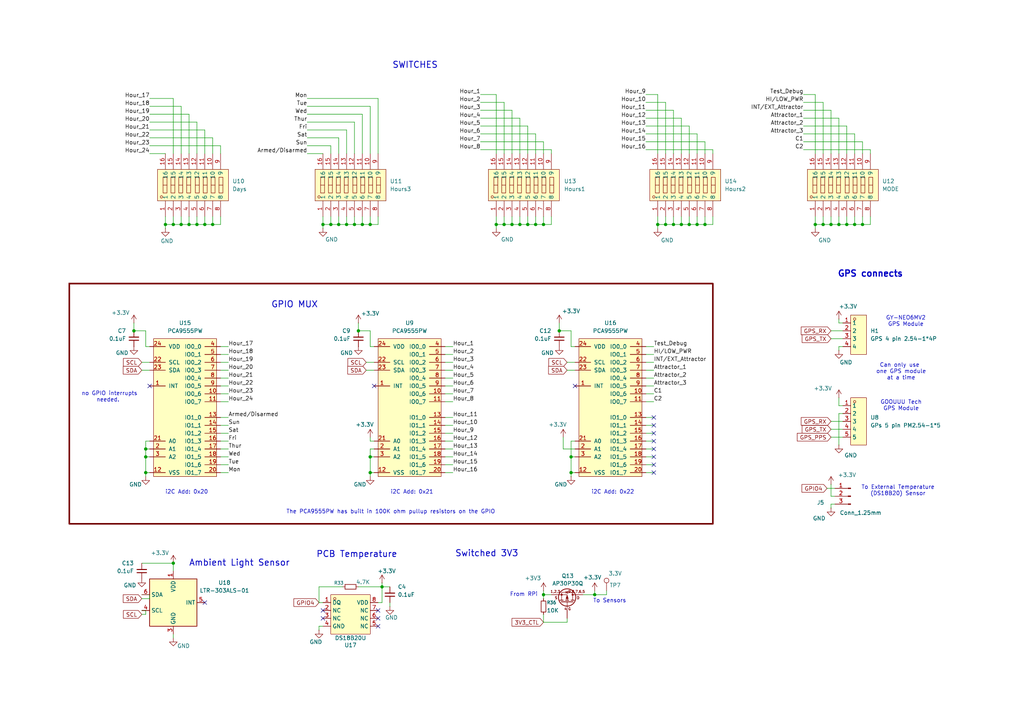
<source format=kicad_sch>
(kicad_sch (version 20250114) (generator "eeschema") (generator_version "9.0")
  (paper "User" 330.2 228.6)
  (title_block (title "MothBox") (date "2025-12-17") (rev "5.0.4") (company "Digital Naturalism Laboritories") (comment 1 "and Parkview"))
  (lib_symbols
    (symbol "AP30P30Q_1" (pin_numbers (hide yes)) (pin_names (offset 0) (hide yes))
      (property "Reference" "Q" (at -2.794 2.794 0))
      (property "Value" "AP30P30Q" (at 11.43 3.048 0))
      (symbol "AP30P30Q_1_1_1"
        (text "D" (at -3.556 -1.016 0) (effects (font (size 0.8 0.8))))
        (text "9,8,7,6,5" (at -3.048 1.016 0) (effects (font (size 0.8 0.8))))
        (text "G" (at -0.762 -4.572 0) (effects (font (size 0.8 0.8))))
        (text "4" (at 0.508 -4.572 0) (effects (font (size 0.8 0.8))))
        (text "S" (at 3.556 -1.016 0) (effects (font (size 0.8 0.8))))
        (text "1,2,3" (at 3.81 1.016 0) (effects (font (size 0.8 0.8))))
        (pin passive line (at -5.08 0 0) (length 2.54) (hide yes) (name "D") (number "5"))
        (pin passive line (at -5.08 0 0) (length 2.54) (hide yes) (name "D") (number "6"))
        (pin passive line (at -5.08 0 0) (length 2.54) (hide yes) (name "D") (number "7"))
        (pin passive line (at -5.08 0 0) (length 2.54) (name "D") (number "8"))
        (pin passive line (at -5.08 0 0) (length 2.54) (hide yes) (name "D") (number "9"))
        (pin input line (at 0 -7.62 90) (length 2.54) (name "G") (number "4"))
        (pin passive line (at 5.08 0 180) (length 2.54) (name "S") (number "1"))
        (pin passive line (at 5.08 0 180) (length 2.54) (hide yes) (name "S") (number "2"))
        (pin passive line (at 5.08 0 180) (length 2.54) (hide yes) (name "S") (number "3"))
      )
    )
    (symbol "MothBox_Symbol_Library:+3.3V" (power) (pin_numbers (hide yes)) (pin_names (offset 0) (hide yes))
      (property "Value" "+3.3V" (at 0 3.556 0))
      (symbol "+3.3V_1_1"
        (pin power_in line (at 0 0 90) (length 0) (name "~") (number "1"))
      )
    )
    (symbol "MothBox_Symbol_Library:+3V3" (power) (pin_numbers (hide yes)) (pin_names (offset 0) (hide yes))
      (property "Value" "+3V3" (at 0 3.556 0))
      (symbol "+3V3_1_1"
        (pin power_in line (at 0 0 90) (length 0) (name "~") (number "1"))
      )
    )
    (symbol "MothBox_Symbol_Library:2.54-1*4P母"
      (property "Reference" "H" (at 0 8.89 0))
      (property "Value" "2.54-1*4P母" (at 0 -8.89 0))
      (symbol "2.54-1*4P母_0_1"
        (pin unspecified line (at -5.08 3.81 0) (length 2.54) (name "1") (number "1"))
        (pin unspecified line (at -5.08 1.27 0) (length 2.54) (name "2") (number "2"))
        (pin unspecified line (at -5.08 -1.27 0) (length 2.54) (name "3") (number "3"))
        (pin unspecified line (at -5.08 -3.81 0) (length 2.54) (name "4") (number "4"))
      )
    )
    (symbol "MothBox_Symbol_Library:C_Small" (pin_numbers (hide yes)) (pin_names (offset 0.254) (hide yes))
      (property "Reference" "C" (at 0.254 1.778 0))
      (property "Value" "C_Small" (at 0.254 -2.032 0))
      (symbol "C_Small_1_1"
        (pin passive line (at 0 2.54 270) (length 2.032) (name "~") (number "1"))
        (pin passive line (at 0 -2.54 90) (length 2.032) (name "~") (number "2"))
      )
    )
    (symbol "MothBox_Symbol_Library:Conn_01x03_Pin" (pin_names (offset 1.016) (hide yes))
      (property "Reference" "J" (at 0 5.08 0))
      (property "Value" "Conn_01x03_Pin" (at 0 -5.08 0))
      (symbol "Conn_01x03_Pin_1_1"
        (pin passive line (at 5.08 2.54 180) (length 3.81) (name "Pin_1") (number "1"))
        (pin passive line (at 5.08 0 180) (length 3.81) (name "Pin_2") (number "2"))
        (pin passive line (at 5.08 -2.54 180) (length 3.81) (name "Pin_3") (number "3"))
      )
    )
    (symbol "MothBox_Symbol_Library:DS18B20U"
      (property "Reference" "U?" (at 0 8.89 0))
      (property "Value" "DS18B20U" (at 0 -8.89 0))
      (symbol "DS18B20U_0_1"
        (pin unspecified line (at -8.89 3.81 0) (length 2.54) (name "DQ") (number "1"))
        (pin unspecified line (at -8.89 1.27 0) (length 2.54) (name "NC") (number "2"))
        (pin unspecified line (at -8.89 -1.27 0) (length 2.54) (name "NC") (number "3"))
        (pin unspecified line (at -8.89 -3.81 0) (length 2.54) (name "GND") (number "4"))
        (pin unspecified line (at 8.89 3.81 180) (length 2.54) (name "VDD") (number "8"))
        (pin unspecified line (at 8.89 1.27 180) (length 2.54) (name "NC") (number "7"))
        (pin unspecified line (at 8.89 -1.27 180) (length 2.54) (name "NC") (number "6"))
        (pin unspecified line (at 8.89 -3.81 180) (length 2.54) (name "NC") (number "5"))
      )
    )
    (symbol "MothBox_Symbol_Library:GND" (power) (pin_numbers (hide yes)) (pin_names (offset 0) (hide yes))
      (property "Value" "GND" (at 0 -3.81 0))
      (symbol "GND_1_1"
        (pin power_in line (at 0 0 270) (length 0) (name "~") (number "1"))
      )
    )
    (symbol "MothBox_Symbol_Library:LTR-303ALS-01"
      (property "Reference" "U" (at -7.62 8.89 0))
      (property "Value" "LTR-303ALS-01" (at 1.27 8.89 0))
      (symbol "LTR-303ALS-01_1_1"
        (pin bidirectional line (at -10.16 2.54 0) (length 2.54) (name "SDA") (number "6"))
        (pin input line (at -10.16 -2.54 0) (length 2.54) (name "SCL") (number "4"))
        (pin power_in line (at 0 10.16 270) (length 2.54) (name "VDD") (number "1"))
        (pin power_in line (at 0 -10.16 90) (length 2.54) (name "GND") (number "3"))
        (pin no_connect line (at 7.62 -2.54 180) (length 2.54) (hide yes) (name "NC") (number "2"))
        (pin open_collector line (at 10.16 0 180) (length 2.54) (name "INT") (number "5"))
      )
    )
    (symbol "MothBox_Symbol_Library:PCA9535PW" (pin_names (offset 1.016))
      (property "Reference" "U" (at 0 -43.18 0))
      (property "Value" "PCA9535PW" (at 0 5.08 0))
      (symbol "PCA9535PW_1_1"
        (pin input line (at -11.43 0 0) (length 5.08) (name "VDD") (number "24"))
        (pin input line (at -11.43 -5.08 0) (length 5.08) (name "SCL") (number "22"))
        (pin input line (at -11.43 -7.62 0) (length 5.08) (name "SDA") (number "23"))
        (pin input line (at -11.43 -12.7 0) (length 5.08) (name "INT") (number "1"))
        (pin input line (at -11.43 -30.48 0) (length 5.08) (name "A0") (number "21"))
        (pin input line (at -11.43 -33.02 0) (length 5.08) (name "A1") (number "2"))
        (pin input line (at -11.43 -35.56 0) (length 5.08) (name "A2") (number "3"))
        (pin input line (at -11.43 -40.64 0) (length 5.08) (name "VSS") (number "12"))
        (pin input line (at 11.43 0 180) (length 5.08) (name "IO0_0") (number "4"))
        (pin input line (at 11.43 -2.54 180) (length 5.08) (name "IO0_1") (number "5"))
        (pin input line (at 11.43 -5.08 180) (length 5.08) (name "IO0_2") (number "6"))
        (pin input line (at 11.43 -7.62 180) (length 5.08) (name "IO0_3") (number "7"))
        (pin input line (at 11.43 -10.16 180) (length 5.08) (name "IO0_4") (number "8"))
        (pin input line (at 11.43 -12.7 180) (length 5.08) (name "IO0_5") (number "9"))
        (pin input line (at 11.43 -15.24 180) (length 5.08) (name "IO0_6") (number "10"))
        (pin input line (at 11.43 -17.78 180) (length 5.08) (name "IO0_7") (number "11"))
        (pin input line (at 11.43 -22.86 180) (length 5.08) (name "IO1_0") (number "13"))
        (pin input line (at 11.43 -25.4 180) (length 5.08) (name "IO1_1") (number "14"))
        (pin input line (at 11.43 -27.94 180) (length 5.08) (name "IO1_2") (number "15"))
        (pin input line (at 11.43 -30.48 180) (length 5.08) (name "IO1_3") (number "16"))
        (pin input line (at 11.43 -33.02 180) (length 5.08) (name "IO1_4") (number "17"))
        (pin input line (at 11.43 -35.56 180) (length 5.08) (name "IO1_5") (number "18"))
        (pin input line (at 11.43 -38.1 180) (length 5.08) (name "IO1_6") (number "19"))
        (pin input line (at 11.43 -40.64 180) (length 5.08) (name "IO1_7") (number "20"))
      )
    )
    (symbol "MothBox_Symbol_Library:PM2.54-1*5"
      (property "Reference" "U" (at 0 10.16 0))
      (property "Value" "PM2.54-1*5" (at 0 -10.16 0))
      (symbol "PM2.54-1*5_0_1"
        (pin unspecified line (at -5.08 5.08 0) (length 2.54) (name "1") (number "1"))
        (pin unspecified line (at -5.08 2.54 0) (length 2.54) (name "2") (number "2"))
        (pin unspecified line (at -5.08 0 0) (length 2.54) (name "3") (number "3"))
        (pin unspecified line (at -5.08 -2.54 0) (length 2.54) (name "4") (number "4"))
        (pin unspecified line (at -5.08 -5.08 0) (length 2.54) (name "5") (number "5"))
      )
    )
    (symbol "MothBox_Symbol_Library:R_Small" (pin_numbers (hide yes)) (pin_names (offset 0.254) (hide yes))
      (property "Reference" "R" (at 0 0 90))
      (property "Value" "R_Small" (at 1.778 0 90))
      (symbol "R_Small_1_1"
        (pin passive line (at 0 2.54 270) (length 0.762) (name "~") (number "1"))
        (pin passive line (at 0 -2.54 90) (length 0.762) (name "~") (number "2"))
      )
    )
    (symbol "MothBox_Symbol_Library:SMXS-08K-TP"
      (property "Reference" "SW" (at 0 15.24 0))
      (property "Value" "SMXS-08K-TP" (at 0 -15.24 0))
      (symbol "SMXS-08K-TP_0_1"
        (pin unspecified line (at -10.16 10.16 270) (length 5.08) (name "16") (number "16"))
        (pin unspecified line (at -10.16 -10.16 90) (length 5.08) (name "1") (number "1"))
        (pin unspecified line (at -7.62 10.16 270) (length 5.08) (name "15") (number "15"))
        (pin unspecified line (at -7.62 -10.16 90) (length 5.08) (name "2") (number "2"))
        (pin unspecified line (at -5.08 10.16 270) (length 5.08) (name "14") (number "14"))
        (pin unspecified line (at -5.08 -10.16 90) (length 5.08) (name "3") (number "3"))
        (pin unspecified line (at -2.54 10.16 270) (length 5.08) (name "13") (number "13"))
        (pin unspecified line (at -2.54 -10.16 90) (length 5.08) (name "4") (number "4"))
        (pin unspecified line (at 0 10.16 270) (length 5.08) (name "12") (number "12"))
        (pin unspecified line (at 0 -10.16 90) (length 5.08) (name "5") (number "5"))
        (pin unspecified line (at 2.54 10.16 270) (length 5.08) (name "11") (number "11"))
        (pin unspecified line (at 2.54 -10.16 90) (length 5.08) (name "6") (number "6"))
        (pin unspecified line (at 5.08 10.16 270) (length 5.08) (name "10") (number "10"))
        (pin unspecified line (at 5.08 -10.16 90) (length 5.08) (name "7") (number "7"))
        (pin unspecified line (at 7.62 10.16 270) (length 5.08) (name "9") (number "9"))
        (pin unspecified line (at 7.62 -10.16 90) (length 5.08) (name "8") (number "8"))
      )
    )
    (symbol "MothBox_Symbol_Library:TestPoint" (pin_numbers (hide yes)) (pin_names (offset 0.762) (hide yes))
      (property "Reference" "TP" (at 0 6.858 0))
      (property "Value" "TestPoint" (at 0 5.08 0))
      (symbol "TestPoint_1_1"
        (pin passive line (at 0 0 90) (length 2.54) (name "1") (number "1"))
      )
    )
  )
  (rectangle (start 22.352 91.44) (end 229.87 168.91) (stroke (width 0.508) (color 110 0 0 1)))
  (text "Can only use \none GPS module\nat a time" (at 290.576 119.888 0) (effects (font (size 1.27 1.27))))
  (text "no GPIO interrupts\nneeded. " (at 35.306 128.016 0) (effects (font (size 1.27 1.27))))
  (text "GY-NEO6MV2\nGPS Module" (at 292.1 103.632 0) (effects (font (size 1.27 1.27))))
  (text "Switched 3V3" (at 156.972 178.562 0) (effects (font (size 2 2) (thickness 0.254) (bold yes))))
  (text "GPS connects" (at 280.67 88.392 0) (effects (font (size 2 2) (thickness 0.4) (bold yes))))
  (text "The PCA9555PW has built in 100K ohm pullup resistors on the GPIO" (at 125.984 165.1 0) (effects (font (size 1.27 1.27))))
  (text "GOOUUU Tech\nGPS Module" (at 290.576 130.81 0) (effects (font (size 1.27 1.27))))
  (text "PCB Temperature" (at 115.062 178.816 0) (effects (font (size 2 2) (thickness 0.254) (bold yes))))
  (text "i2C Add: 0x22" (at 197.612 158.75 0) (effects (font (size 1.27 1.27))))
  (text "From RPi" (at 168.91 191.77 0) (effects (font (size 1.27 1.27))))
  (text "i2C Add: 0x20" (at 60.198 158.75 0) (effects (font (size 1.27 1.27))))
  (text "Ambient Light Sensor" (at 77.216 181.61 0) (effects (font (size 2 2) (thickness 0.254) (bold yes))))
  (text "To External Temperature\n(DS18B20) Sensor" (at 289.56 158.242 0) (effects (font (size 1.27 1.27))))
  (text "To Sensors" (at 196.596 193.802 0) (effects (font (size 1.27 1.27))))
  (text "i2C Add: 0x21" (at 132.842 158.75 0) (effects (font (size 1.27 1.27))))
  (text "GPIO MUX\n" (at 94.996 98.298 0) (effects (font (size 2 2) (thickness 0.254) (bold yes))))
  (text "SWITCHES" (at 133.858 21.082 0) (effects (font (size 2 2) (thickness 0.254) (bold yes))))
  (junction (at 123.19 189.23))
  (junction (at 265.43 72.39))
  (junction (at 224.79 72.39))
  (junction (at 162.56 72.39))
  (junction (at 219.71 72.39))
  (junction (at 160.02 72.39))
  (junction (at 119.38 147.32))
  (junction (at 214.63 72.39))
  (junction (at 217.17 72.39))
  (junction (at 212.09 72.39))
  (junction (at 68.58 72.39))
  (junction (at 165.1 72.39))
  (junction (at 267.97 72.39))
  (junction (at 58.42 72.39))
  (junction (at 270.51 72.39))
  (junction (at 278.13 72.39))
  (junction (at 167.64 72.39))
  (junction (at 222.25 72.39))
  (junction (at 114.3 72.39))
  (junction (at 46.99 152.4))
  (junction (at 46.99 144.78))
  (junction (at 46.99 147.32))
  (junction (at 111.76 72.39))
  (junction (at 175.26 191.77))
  (junction (at 115.57 106.68))
  (junction (at 227.33 72.39))
  (junction (at 63.5 72.39))
  (junction (at 170.18 72.39))
  (junction (at 273.05 72.39))
  (junction (at 262.89 72.39))
  (junction (at 55.88 72.39))
  (junction (at 119.38 72.39))
  (junction (at 184.15 147.32))
  (junction (at 191.77 191.77))
  (junction (at 66.04 72.39))
  (junction (at 184.15 152.4))
  (junction (at 116.84 72.39))
  (junction (at 109.22 72.39))
  (junction (at 43.18 106.68))
  (junction (at 172.72 72.39))
  (junction (at 275.59 72.39))
  (junction (at 106.68 72.39))
  (junction (at 180.34 106.68))
  (junction (at 53.34 72.39))
  (junction (at 104.14 72.39))
  (junction (at 55.88 181.61))
  (junction (at 119.38 152.4))
  (junction (at 60.96 72.39))
  (junction (at 175.26 72.39))
  (no_connect (at 104.14 196.85))
  (no_connect (at 120.65 124.46))
  (no_connect (at 121.92 199.39))
  (no_connect (at 210.82 152.4))
  (no_connect (at 121.92 201.93))
  (no_connect (at 210.82 139.7))
  (no_connect (at 210.82 149.86))
  (no_connect (at 48.26 124.46))
  (no_connect (at 210.82 144.78))
  (no_connect (at 210.82 147.32))
  (no_connect (at 210.82 137.16))
  (no_connect (at 185.42 124.46))
  (no_connect (at 66.04 194.31))
  (no_connect (at 210.82 142.24))
  (no_connect (at 104.14 199.39))
  (no_connect (at 210.82 134.62))
  (no_connect (at 121.92 196.85))
  (wire (pts (xy 68.58 72.39) (xy 71.12 72.39)))
  (wire (pts (xy 210.82 116.84) (xy 208.28 116.84)))
  (wire (pts (xy 146.05 137.16) (xy 143.51 137.16)))
  (wire (pts (xy 46.99 142.24) (xy 46.99 144.78)))
  (wire (pts (xy 210.82 127) (xy 208.28 127)))
  (wire (pts (xy 60.96 69.85) (xy 60.96 72.39)))
  (wire (pts (xy 46.99 144.78) (xy 46.99 147.32)))
  (wire (pts (xy 208.28 43.18) (xy 224.79 43.18)))
  (wire (pts (xy 210.82 111.76) (xy 208.28 111.76)))
  (wire (pts (xy 224.79 69.85) (xy 224.79 72.39)))
  (wire (pts (xy 99.06 46.99) (xy 106.68 46.99)))
  (wire (pts (xy 73.66 114.3) (xy 71.12 114.3)))
  (wire (pts (xy 119.38 69.85) (xy 119.38 72.39)))
  (wire (pts (xy 102.87 189.23) (xy 102.87 194.31)))
  (wire (pts (xy 114.3 39.37) (xy 114.3 49.53)))
  (wire (pts (xy 184.15 147.32) (xy 184.15 152.4)))
  (wire (pts (xy 119.38 144.78) (xy 119.38 147.32)))
  (wire (pts (xy 191.77 191.77) (xy 195.58 191.77)))
  (wire (pts (xy 180.34 106.68) (xy 184.15 106.68)))
  (wire (pts (xy 45.72 116.84) (xy 48.26 116.84)))
  (wire (pts (xy 45.72 181.61) (xy 55.88 181.61)))
  (wire (pts (xy 217.17 69.85) (xy 217.17 72.39)))
  (wire (pts (xy 73.66 121.92) (xy 71.12 121.92)))
  (wire (pts (xy 48.26 142.24) (xy 46.99 142.24)))
  (wire (pts (xy 167.64 72.39) (xy 170.18 72.39)))
  (wire (pts (xy 46.99 152.4) (xy 46.99 153.67)))
  (wire (pts (xy 99.06 39.37) (xy 114.3 39.37)))
  (wire (pts (xy 121.92 69.85) (xy 121.92 72.39)))
  (wire (pts (xy 154.94 45.72) (xy 175.26 45.72)))
  (wire (pts (xy 48.26 46.99) (xy 71.12 46.99)))
  (wire (pts (xy 170.18 72.39) (xy 172.72 72.39)))
  (wire (pts (xy 210.82 144.78) (xy 208.28 144.78)))
  (wire (pts (xy 162.56 33.02) (xy 162.56 49.53)))
  (wire (pts (xy 184.15 147.32) (xy 185.42 147.32)))
  (wire (pts (xy 210.82 152.4) (xy 208.28 152.4)))
  (wire (pts (xy 115.57 106.68) (xy 119.38 106.68)))
  (wire (pts (xy 185.42 152.4) (xy 184.15 152.4)))
  (wire (pts (xy 146.05 147.32) (xy 143.51 147.32)))
  (wire (pts (xy 217.17 35.56) (xy 217.17 49.53)))
  (wire (pts (xy 262.89 69.85) (xy 262.89 72.39)))
  (wire (pts (xy 48.26 34.29) (xy 58.42 34.29)))
  (wire (pts (xy 99.06 49.53) (xy 104.14 49.53)))
  (wire (pts (xy 119.38 34.29) (xy 119.38 49.53)))
  (wire (pts (xy 73.66 129.54) (xy 71.12 129.54)))
  (wire (pts (xy 53.34 72.39) (xy 53.34 73.66)))
  (wire (pts (xy 210.82 121.92) (xy 208.28 121.92)))
  (wire (pts (xy 118.11 119.38) (xy 120.65 119.38)))
  (wire (pts (xy 146.05 139.7) (xy 143.51 139.7)))
  (wire (pts (xy 46.99 106.68) (xy 46.99 111.76)))
  (wire (pts (xy 116.84 36.83) (xy 116.84 49.53)))
  (wire (pts (xy 55.88 204.47) (xy 55.88 205.74)))
  (wire (pts (xy 267.97 69.85) (xy 267.97 72.39)))
  (wire (pts (xy 160.02 72.39) (xy 162.56 72.39)))
  (wire (pts (xy 227.33 69.85) (xy 227.33 72.39)))
  (wire (pts (xy 210.82 119.38) (xy 208.28 119.38)))
  (wire (pts (xy 123.19 189.23) (xy 125.73 189.23)))
  (wire (pts (xy 273.05 40.64) (xy 273.05 49.53)))
  (wire (pts (xy 119.38 72.39) (xy 121.92 72.39)))
  (wire (pts (xy 267.97 72.39) (xy 270.51 72.39)))
  (wire (pts (xy 222.25 40.64) (xy 222.25 49.53)))
  (wire (pts (xy 165.1 35.56) (xy 165.1 49.53)))
  (wire (pts (xy 116.84 72.39) (xy 119.38 72.39)))
  (wire (pts (xy 43.18 104.14) (xy 43.18 106.68)))
  (wire (pts (xy 63.5 72.39) (xy 66.04 72.39)))
  (wire (pts (xy 180.34 104.14) (xy 180.34 106.68)))
  (wire (pts (xy 45.72 196.85) (xy 46.99 196.85)))
  (wire (pts (xy 160.02 69.85) (xy 160.02 72.39)))
  (wire (pts (xy 184.15 142.24) (xy 185.42 142.24)))
  (wire (pts (xy 48.26 193.04) (xy 45.72 193.04)))
  (wire (pts (xy 195.58 190.5) (xy 195.58 191.77)))
  (wire (pts (xy 160.02 30.48) (xy 160.02 49.53)))
  (wire (pts (xy 259.08 33.02) (xy 265.43 33.02)))
  (wire (pts (xy 267.97 160.02) (xy 269.24 160.02)))
  (wire (pts (xy 267.97 109.22) (xy 271.78 109.22)))
  (wire (pts (xy 120.65 111.76) (xy 119.38 111.76)))
  (wire (pts (xy 119.38 144.78) (xy 120.65 144.78)))
  (wire (pts (xy 104.14 72.39) (xy 106.68 72.39)))
  (wire (pts (xy 273.05 72.39) (xy 275.59 72.39)))
  (wire (pts (xy 210.82 139.7) (xy 208.28 139.7)))
  (wire (pts (xy 68.58 69.85) (xy 68.58 72.39)))
  (wire (pts (xy 71.12 49.53) (xy 71.12 46.99)))
  (wire (pts (xy 187.96 191.77) (xy 191.77 191.77)))
  (wire (pts (xy 125.73 194.31) (xy 125.73 195.58)))
  (wire (pts (xy 175.26 191.77) (xy 177.8 191.77)))
  (wire (pts (xy 46.99 147.32) (xy 48.26 147.32)))
  (wire (pts (xy 170.18 40.64) (xy 170.18 49.53)))
  (wire (pts (xy 119.38 147.32) (xy 119.38 152.4)))
  (wire (pts (xy 46.99 147.32) (xy 46.99 152.4)))
  (wire (pts (xy 182.88 119.38) (xy 185.42 119.38)))
  (wire (pts (xy 208.28 38.1) (xy 219.71 38.1)))
  (wire (pts (xy 267.97 106.68) (xy 271.78 106.68)))
  (wire (pts (xy 120.65 152.4) (xy 119.38 152.4)))
  (wire (pts (xy 119.38 106.68) (xy 119.38 111.76)))
  (wire (pts (xy 219.71 38.1) (xy 219.71 49.53)))
  (wire (pts (xy 278.13 45.72) (xy 278.13 49.53)))
  (wire (pts (xy 210.82 114.3) (xy 208.28 114.3)))
  (wire (pts (xy 146.05 144.78) (xy 143.51 144.78)))
  (wire (pts (xy 175.26 198.12) (xy 175.26 200.66)))
  (wire (pts (xy 63.5 39.37) (xy 63.5 49.53)))
  (wire (pts (xy 270.51 133.35) (xy 270.51 143.51)))
  (wire (pts (xy 208.28 48.26) (xy 229.87 48.26)))
  (wire (pts (xy 146.05 149.86) (xy 143.51 149.86)))
  (wire (pts (xy 48.26 36.83) (xy 60.96 36.83)))
  (wire (pts (xy 210.82 134.62) (xy 208.28 134.62)))
  (wire (pts (xy 224.79 72.39) (xy 227.33 72.39)))
  (wire (pts (xy 270.51 111.76) (xy 271.78 111.76)))
  (wire (pts (xy 146.05 121.92) (xy 143.51 121.92)))
  (wire (pts (xy 48.26 191.77) (xy 48.26 193.04)))
  (wire (pts (xy 146.05 134.62) (xy 143.51 134.62)))
  (wire (pts (xy 114.3 72.39) (xy 116.84 72.39)))
  (wire (pts (xy 170.18 69.85) (xy 170.18 72.39)))
  (wire (pts (xy 278.13 72.39) (xy 280.67 72.39)))
  (wire (pts (xy 73.66 149.86) (xy 71.12 149.86)))
  (wire (pts (xy 68.58 44.45) (xy 68.58 49.53)))
  (wire (pts (xy 46.99 196.85) (xy 46.99 198.12)))
  (wire (pts (xy 275.59 43.18) (xy 275.59 49.53)))
  (wire (pts (xy 106.68 72.39) (xy 109.22 72.39)))
  (wire (pts (xy 219.71 69.85) (xy 219.71 72.39)))
  (wire (pts (xy 229.87 48.26) (xy 229.87 49.53)))
  (wire (pts (xy 60.96 36.83) (xy 60.96 49.53)))
  (wire (pts (xy 146.05 116.84) (xy 143.51 116.84)))
  (wire (pts (xy 259.08 35.56) (xy 267.97 35.56)))
  (wire (pts (xy 109.22 69.85) (xy 109.22 72.39)))
  (wire (pts (xy 73.66 152.4) (xy 71.12 152.4)))
  (wire (pts (xy 154.94 30.48) (xy 160.02 30.48)))
  (wire (pts (xy 214.63 33.02) (xy 214.63 49.53)))
  (wire (pts (xy 208.28 45.72) (xy 227.33 45.72)))
  (wire (pts (xy 73.66 139.7) (xy 71.12 139.7)))
  (wire (pts (xy 270.51 104.14) (xy 271.78 104.14)))
  (wire (pts (xy 267.97 162.56) (xy 267.97 163.83)))
  (wire (pts (xy 48.26 49.53) (xy 53.34 49.53)))
  (wire (pts (xy 270.51 102.87) (xy 270.51 104.14)))
  (wire (pts (xy 99.06 31.75) (xy 121.92 31.75)))
  (wire (pts (xy 267.97 35.56) (xy 267.97 49.53)))
  (wire (pts (xy 146.05 114.3) (xy 143.51 114.3)))
  (wire (pts (xy 270.51 133.35) (xy 271.78 133.35)))
  (wire (pts (xy 99.06 34.29) (xy 119.38 34.29)))
  (wire (pts (xy 55.88 69.85) (xy 55.88 72.39)))
  (wire (pts (xy 53.34 69.85) (xy 53.34 72.39)))
  (wire (pts (xy 73.66 119.38) (xy 71.12 119.38)))
  (wire (pts (xy 58.42 72.39) (xy 60.96 72.39)))
  (wire (pts (xy 267.97 140.97) (xy 271.78 140.97)))
  (wire (pts (xy 123.19 187.96) (xy 123.19 189.23)))
  (wire (pts (xy 177.8 69.85) (xy 177.8 72.39)))
  (wire (pts (xy 99.06 44.45) (xy 109.22 44.45)))
  (wire (pts (xy 182.88 116.84) (xy 185.42 116.84)))
  (wire (pts (xy 55.88 72.39) (xy 58.42 72.39)))
  (wire (pts (xy 46.99 144.78) (xy 48.26 144.78)))
  (wire (pts (xy 270.51 69.85) (xy 270.51 72.39)))
  (wire (pts (xy 104.14 201.93) (xy 102.87 201.93)))
  (wire (pts (xy 55.88 184.15) (xy 55.88 181.61)))
  (wire (pts (xy 175.26 45.72) (xy 175.26 49.53)))
  (wire (pts (xy 73.66 147.32) (xy 71.12 147.32)))
  (wire (pts (xy 73.66 137.16) (xy 71.12 137.16)))
  (wire (pts (xy 273.05 69.85) (xy 273.05 72.39)))
  (wire (pts (xy 114.3 69.85) (xy 114.3 72.39)))
  (wire (pts (xy 154.94 33.02) (xy 162.56 33.02)))
  (wire (pts (xy 162.56 72.39) (xy 165.1 72.39)))
  (wire (pts (xy 262.89 72.39) (xy 265.43 72.39)))
  (wire (pts (xy 119.38 152.4) (xy 119.38 153.67)))
  (wire (pts (xy 111.76 69.85) (xy 111.76 72.39)))
  (wire (pts (xy 160.02 72.39) (xy 160.02 73.66)))
  (wire (pts (xy 46.99 198.12) (xy 45.72 198.12)))
  (wire (pts (xy 102.87 194.31) (xy 104.14 194.31)))
  (wire (pts (xy 109.22 72.39) (xy 111.76 72.39)))
  (wire (pts (xy 212.09 30.48) (xy 212.09 49.53)))
  (wire (pts (xy 265.43 72.39) (xy 267.97 72.39)))
  (wire (pts (xy 175.26 191.77) (xy 175.26 193.04)))
  (wire (pts (xy 267.97 138.43) (xy 271.78 138.43)))
  (wire (pts (xy 165.1 72.39) (xy 167.64 72.39)))
  (wire (pts (xy 214.63 69.85) (xy 214.63 72.39)))
  (wire (pts (xy 217.17 72.39) (xy 219.71 72.39)))
  (wire (pts (xy 119.38 147.32) (xy 120.65 147.32)))
  (wire (pts (xy 208.28 40.64) (xy 222.25 40.64)))
  (wire (pts (xy 278.13 69.85) (xy 278.13 72.39)))
  (wire (pts (xy 172.72 72.39) (xy 175.26 72.39)))
  (wire (pts (xy 146.05 127) (xy 143.51 127)))
  (wire (pts (xy 175.26 200.66) (xy 182.88 200.66)))
  (wire (pts (xy 181.61 140.97) (xy 181.61 144.78)))
  (wire (pts (xy 222.25 69.85) (xy 222.25 72.39)))
  (wire (pts (xy 265.43 69.85) (xy 265.43 72.39)))
  (wire (pts (xy 73.66 144.78) (xy 71.12 144.78)))
  (wire (pts (xy 123.19 194.31) (xy 121.92 194.31)))
  (wire (pts (xy 111.76 41.91) (xy 111.76 49.53)))
  (wire (pts (xy 212.09 72.39) (xy 214.63 72.39)))
  (wire (pts (xy 167.64 69.85) (xy 167.64 72.39)))
  (wire (pts (xy 259.08 30.48) (xy 262.89 30.48)))
  (wire (pts (xy 275.59 72.39) (xy 278.13 72.39)))
  (wire (pts (xy 73.66 116.84) (xy 71.12 116.84)))
  (wire (pts (xy 227.33 72.39) (xy 229.87 72.39)))
  (wire (pts (xy 210.82 124.46) (xy 208.28 124.46)))
  (wire (pts (xy 48.26 152.4) (xy 46.99 152.4)))
  (wire (pts (xy 154.94 40.64) (xy 170.18 40.64)))
  (wire (pts (xy 214.63 72.39) (xy 217.17 72.39)))
  (wire (pts (xy 146.05 119.38) (xy 143.51 119.38)))
  (wire (pts (xy 48.26 44.45) (xy 68.58 44.45)))
  (wire (pts (xy 66.04 69.85) (xy 66.04 72.39)))
  (wire (pts (xy 210.82 149.86) (xy 208.28 149.86)))
  (wire (pts (xy 154.94 35.56) (xy 165.1 35.56)))
  (wire (pts (xy 259.08 45.72) (xy 278.13 45.72)))
  (wire (pts (xy 227.33 45.72) (xy 227.33 49.53)))
  (wire (pts (xy 118.11 116.84) (xy 120.65 116.84)))
  (wire (pts (xy 270.51 128.27) (xy 270.51 130.81)))
  (wire (pts (xy 48.26 39.37) (xy 63.5 39.37)))
  (wire (pts (xy 270.51 130.81) (xy 271.78 130.81)))
  (wire (pts (xy 162.56 69.85) (xy 162.56 72.39)))
  (wire (pts (xy 229.87 69.85) (xy 229.87 72.39)))
  (wire (pts (xy 175.26 69.85) (xy 175.26 72.39)))
  (wire (pts (xy 48.26 31.75) (xy 55.88 31.75)))
  (wire (pts (xy 267.97 156.21) (xy 267.97 160.02)))
  (wire (pts (xy 146.05 124.46) (xy 143.51 124.46)))
  (wire (pts (xy 66.04 72.39) (xy 68.58 72.39)))
  (wire (pts (xy 184.15 106.68) (xy 184.15 111.76)))
  (wire (pts (xy 146.05 142.24) (xy 143.51 142.24)))
  (wire (pts (xy 123.19 189.23) (xy 123.19 194.31)))
  (wire (pts (xy 259.08 43.18) (xy 275.59 43.18)))
  (wire (pts (xy 146.05 111.76) (xy 143.51 111.76)))
  (wire (pts (xy 73.66 134.62) (xy 71.12 134.62)))
  (wire (pts (xy 146.05 152.4) (xy 143.51 152.4)))
  (wire (pts (xy 280.67 48.26) (xy 280.67 49.53)))
  (wire (pts (xy 109.22 44.45) (xy 109.22 49.53)))
  (wire (pts (xy 60.96 72.39) (xy 63.5 72.39)))
  (wire (pts (xy 175.26 190.5) (xy 175.26 191.77)))
  (wire (pts (xy 111.76 72.39) (xy 114.3 72.39)))
  (wire (pts (xy 154.94 38.1) (xy 167.64 38.1)))
  (wire (pts (xy 270.51 38.1) (xy 270.51 49.53)))
  (wire (pts (xy 275.59 69.85) (xy 275.59 72.39)))
  (wire (pts (xy 119.38 142.24) (xy 120.65 142.24)))
  (wire (pts (xy 175.26 72.39) (xy 177.8 72.39)))
  (wire (pts (xy 265.43 33.02) (xy 265.43 49.53)))
  (wire (pts (xy 222.25 72.39) (xy 224.79 72.39)))
  (wire (pts (xy 102.87 201.93) (xy 102.87 203.2)))
  (wire (pts (xy 110.49 189.23) (xy 102.87 189.23)))
  (wire (pts (xy 115.57 189.23) (xy 123.19 189.23)))
  (wire (pts (xy 219.71 72.39) (xy 222.25 72.39)))
  (wire (pts (xy 104.14 69.85) (xy 104.14 72.39)))
  (wire (pts (xy 45.72 191.77) (xy 48.26 191.77)))
  (wire (pts (xy 116.84 69.85) (xy 116.84 72.39)))
  (wire (pts (xy 115.57 104.14) (xy 115.57 106.68)))
  (wire (pts (xy 73.66 124.46) (xy 71.12 124.46)))
  (wire (pts (xy 121.92 31.75) (xy 121.92 49.53)))
  (wire (pts (xy 73.66 142.24) (xy 71.12 142.24)))
  (wire (pts (xy 167.64 38.1) (xy 167.64 49.53)))
  (wire (pts (xy 208.28 35.56) (xy 217.17 35.56)))
  (wire (pts (xy 165.1 69.85) (xy 165.1 72.39)))
  (wire (pts (xy 172.72 43.18) (xy 172.72 49.53)))
  (wire (pts (xy 267.97 135.89) (xy 271.78 135.89)))
  (wire (pts (xy 71.12 69.85) (xy 71.12 72.39)))
  (wire (pts (xy 99.06 41.91) (xy 111.76 41.91)))
  (wire (pts (xy 58.42 69.85) (xy 58.42 72.39)))
  (wire (pts (xy 280.67 69.85) (xy 280.67 72.39)))
  (wire (pts (xy 266.7 157.48) (xy 269.24 157.48)))
  (wire (pts (xy 182.88 200.66) (xy 182.88 199.39)))
  (wire (pts (xy 210.82 142.24) (xy 208.28 142.24)))
  (wire (pts (xy 154.94 43.18) (xy 172.72 43.18)))
  (wire (pts (xy 267.97 162.56) (xy 269.24 162.56)))
  (wire (pts (xy 73.66 111.76) (xy 71.12 111.76)))
  (wire (pts (xy 48.26 41.91) (xy 66.04 41.91)))
  (wire (pts (xy 58.42 34.29) (xy 58.42 49.53)))
  (wire (pts (xy 55.88 31.75) (xy 55.88 49.53)))
  (wire (pts (xy 208.28 30.48) (xy 212.09 30.48)))
  (wire (pts (xy 106.68 46.99) (xy 106.68 49.53)))
  (wire (pts (xy 259.08 40.64) (xy 273.05 40.64)))
  (wire (pts (xy 208.28 33.02) (xy 214.63 33.02)))
  (wire (pts (xy 45.72 119.38) (xy 48.26 119.38)))
  (wire (pts (xy 259.08 48.26) (xy 280.67 48.26)))
  (wire (pts (xy 43.18 106.68) (xy 46.99 106.68)))
  (wire (pts (xy 66.04 41.91) (xy 66.04 49.53)))
  (wire (pts (xy 262.89 72.39) (xy 262.89 73.66)))
  (wire (pts (xy 104.14 72.39) (xy 104.14 73.66)))
  (wire (pts (xy 53.34 72.39) (xy 55.88 72.39)))
  (wire (pts (xy 48.26 111.76) (xy 46.99 111.76)))
  (wire (pts (xy 146.05 129.54) (xy 143.51 129.54)))
  (wire (pts (xy 184.15 152.4) (xy 184.15 153.67)))
  (wire (pts (xy 212.09 72.39) (xy 212.09 73.66)))
  (wire (pts (xy 210.82 137.16) (xy 208.28 137.16)))
  (wire (pts (xy 210.82 129.54) (xy 208.28 129.54)))
  (wire (pts (xy 63.5 69.85) (xy 63.5 72.39)))
  (wire (pts (xy 184.15 142.24) (xy 184.15 147.32)))
  (wire (pts (xy 185.42 111.76) (xy 184.15 111.76)))
  (wire (pts (xy 224.79 43.18) (xy 224.79 49.53)))
  (wire (pts (xy 270.51 72.39) (xy 273.05 72.39)))
  (wire (pts (xy 210.82 147.32) (xy 208.28 147.32)))
  (wire (pts (xy 119.38 140.97) (xy 119.38 142.24)))
  (wire (pts (xy 259.08 38.1) (xy 270.51 38.1)))
  (wire (pts (xy 212.09 69.85) (xy 212.09 72.39)))
  (wire (pts (xy 270.51 113.03) (xy 270.51 111.76)))
  (wire (pts (xy 99.06 36.83) (xy 116.84 36.83)))
  (wire (pts (xy 73.66 127) (xy 71.12 127)))
  (wire (pts (xy 191.77 190.5) (xy 191.77 191.77)))
  (wire (pts (xy 177.8 48.26) (xy 177.8 49.53)))
  (wire (pts (xy 262.89 30.48) (xy 262.89 49.53)))
  (wire (pts (xy 172.72 69.85) (xy 172.72 72.39)))
  (wire (pts (xy 181.61 144.78) (xy 185.42 144.78)))
  (wire (pts (xy 106.68 69.85) (xy 106.68 72.39)))
  (wire (pts (xy 154.94 48.26) (xy 177.8 48.26)))
  (label "Tue" (at 99.06 34.29 180))
  (label "Attractor_3" (at 210.82 124.46 0))
  (label "Fri" (at 73.66 142.24 0))
  (label "Wed" (at 73.66 147.32 0))
  (label "Hour_22" (at 48.26 44.45 180))
  (label "Test_Debug" (at 210.82 111.76 0))
  (label "Mon" (at 99.06 31.75 180))
  (label "Thur" (at 73.66 144.78 0))
  (label "Hour_4" (at 154.94 38.1 180))
  (label "Hour_9" (at 208.28 30.48 180))
  (label "Thur" (at 99.06 39.37 180))
  (label "Hour_21" (at 73.66 121.92 0))
  (label "Hour_12" (at 146.05 142.24 0))
  (label "Hour_2" (at 146.05 114.3 0))
  (label "Hour_11" (at 146.05 134.62 0))
  (label "Armed{slash}Disarmed" (at 73.66 134.62 0))
  (label "Hour_5" (at 146.05 121.92 0))
  (label "Hour_8" (at 146.05 129.54 0))
  (label "Hour_14" (at 146.05 147.32 0))
  (label "Hour_18" (at 73.66 114.3 0))
  (label "Hour_15" (at 146.05 149.86 0))
  (label "Wed" (at 99.06 36.83 180))
  (label "Hour_2" (at 154.94 33.02 180))
  (label "Tue" (at 73.66 149.86 0))
  (label "Sat" (at 73.66 139.7 0))
  (label "HI{slash}LOW_PWR" (at 210.82 114.3 0))
  (label "Mon" (at 73.66 152.4 0))
  (label "Hour_16" (at 208.28 48.26 180))
  (label "Hour_24" (at 48.26 49.53 180))
  (label "C2" (at 210.82 129.54 0))
  (label "C1" (at 210.82 127 0))
  (label "Hour_16" (at 146.05 152.4 0))
  (label "Hour_7" (at 146.05 127 0))
  (label "INT{slash}EXT_Attractor" (at 259.08 35.56 180))
  (label "C1" (at 259.08 45.72 180))
  (label "Hour_24" (at 73.66 129.54 0))
  (label "C2" (at 259.08 48.26 180))
  (label "Hour_18" (at 48.26 34.29 180))
  (label "Hour_6" (at 154.94 43.18 180))
  (label "Hour_19" (at 73.66 116.84 0))
  (label "Hour_8" (at 154.94 48.26 180))
  (label "Hour_12" (at 208.28 38.1 180))
  (label "Sun" (at 99.06 46.99 180))
  (label "HI{slash}LOW_PWR" (at 259.08 33.02 180))
  (label "Hour_7" (at 154.94 45.72 180))
  (label "Armed{slash}Disarmed" (at 99.06 49.53 180))
  (label "Hour_15" (at 208.28 45.72 180))
  (label "Hour_13" (at 208.28 40.64 180))
  (label "Attractor_2" (at 210.82 121.92 0))
  (label "Hour_10" (at 146.05 137.16 0))
  (label "Sat" (at 99.06 44.45 180))
  (label "Hour_10" (at 208.28 33.02 180))
  (label "Hour_17" (at 73.66 111.76 0))
  (label "Attractor_1" (at 259.08 38.1 180))
  (label "Sun" (at 73.66 137.16 0))
  (label "Hour_13" (at 146.05 144.78 0))
  (label "Hour_1" (at 146.05 111.76 0))
  (label "Attractor_2" (at 259.08 40.64 180))
  (label "Hour_23" (at 73.66 127 0))
  (label "Hour_5" (at 154.94 40.64 180))
  (label "Hour_17" (at 48.26 31.75 180))
  (label "Hour_20" (at 48.26 39.37 180))
  (label "Hour_21" (at 48.26 41.91 180))
  (label "Hour_23" (at 48.26 46.99 180))
  (label "Hour_9" (at 146.05 139.7 0))
  (label "Test_Debug" (at 259.08 30.48 180))
  (label "Hour_22" (at 73.66 124.46 0))
  (label "Hour_3" (at 146.05 116.84 0))
  (label "Attractor_1" (at 210.82 119.38 0))
  (label "Hour_11" (at 208.28 35.56 180))
  (label "Attractor_3" (at 259.08 43.18 180))
  (label "INT{slash}EXT_Attractor" (at 210.82 116.84 0))
  (label "Hour_14" (at 208.28 43.18 180))
  (label "Fri" (at 99.06 41.91 180))
  (label "Hour_6" (at 146.05 124.46 0))
  (label "Hour_4" (at 146.05 119.38 0))
  (label "Hour_1" (at 154.94 30.48 180))
  (label "Hour_19" (at 48.26 36.83 180))
  (label "Hour_20" (at 73.66 119.38 0))
  (label "Hour_3" (at 154.94 35.56 180))
  (global_label "GPS_TX" (shape input) (at 267.97 138.43 180) (property "Intersheetrefs" "${INTERSHEET_REFS}" (effects (hide yes))))
  (global_label "GPIO4" (shape input) (at 102.87 194.31 180) (property "Intersheetrefs" "${INTERSHEET_REFS}" (effects (hide yes))))
  (global_label "GPS_RX" (shape input) (at 267.97 106.68 180) (property "Intersheetrefs" "${INTERSHEET_REFS}" (effects (hide yes))))
  (global_label "SDA" (shape input) (at 45.72 119.38 180) (property "Intersheetrefs" "${INTERSHEET_REFS}" (effects (hide yes))))
  (global_label "SCL" (shape input) (at 182.88 116.84 180) (property "Intersheetrefs" "${INTERSHEET_REFS}" (effects (hide yes))))
  (global_label "SCL" (shape input) (at 45.72 116.84 180) (property "Intersheetrefs" "${INTERSHEET_REFS}" (effects (hide yes))))
  (global_label "GPS_RX" (shape input) (at 267.97 135.89 180) (property "Intersheetrefs" "${INTERSHEET_REFS}" (effects (hide yes))))
  (global_label "SCL" (shape input) (at 45.72 198.12 180) (property "Intersheetrefs" "${INTERSHEET_REFS}" (effects (hide yes))))
  (global_label "GPS_PPS" (shape input) (at 267.97 140.97 180) (property "Intersheetrefs" "${INTERSHEET_REFS}" (effects (hide yes))))
  (global_label "SDA" (shape input) (at 45.72 193.04 180) (property "Intersheetrefs" "${INTERSHEET_REFS}" (effects (hide yes))))
  (global_label "GPS_TX" (shape input) (at 267.97 109.22 180) (property "Intersheetrefs" "${INTERSHEET_REFS}" (effects (hide yes))))
  (global_label "3V3_CTL" (shape input) (at 175.26 200.66 180) (property "Intersheetrefs" "${INTERSHEET_REFS}" (effects (hide yes))))
  (global_label "SDA" (shape input) (at 118.11 119.38 180) (property "Intersheetrefs" "${INTERSHEET_REFS}" (effects (hide yes))))
  (global_label "SDA" (shape input) (at 182.88 119.38 180) (property "Intersheetrefs" "${INTERSHEET_REFS}" (effects (hide yes))))
  (global_label "SCL" (shape input) (at 118.11 116.84 180) (property "Intersheetrefs" "${INTERSHEET_REFS}" (effects (hide yes))))
  (global_label "GPIO4" (shape input) (at 266.7 157.48 180) (property "Intersheetrefs" "${INTERSHEET_REFS}" (effects (hide yes))))
  (symbol (lib_id "MothBox_Symbol_Library:+3.3V") (at 270.51 128.27 0) (unit 1)
    (property "Reference" "#PWR022" (effects (hide yes)))
    (property "Value" "+3.3V" (at 262.382 125.222 0) (effects (justify left)))
    (property "Description" "Power symbol creates a global label with name \"+3.3V\"" (effects (hide yes)))
  )
  (symbol (lib_id "MothBox_Symbol_Library:GND") (at 45.72 186.69 0) (mirror y) (unit 1)
    (property "Reference" "#PWR065" (effects (hide yes)))
    (property "Value" "GND" (at 41.91 188.722 0))
    (property "Description" "Power symbol creates a global label with name \"GND\" , ground" (effects (hide yes)))
  )
  (symbol (lib_id "MothBox_Symbol_Library:+3.3V") (at 55.88 181.61 0) (mirror y) (unit 1)
    (property "Reference" "#PWR064" (effects (hide yes)))
    (property "Value" "+3.3V" (at 51.562 178.308 0))
    (property "Description" "Power symbol creates a global label with name \"+3.3V\"" (effects (hide yes)))
  )
  (symbol (lib_id "MothBox_Symbol_Library:2.54-1*4P母") (at 276.86 107.95 0) (unit 1)
    (property "Reference" "H1" (at 280.67 106.6799 0) (effects (justify left)))
    (property "Value" "GPS 4 pin 2.54-1*4P" (at 280.67 109.2199 0) (effects (justify left)))
    (property "Footprint" "Connector_PinSocket_2.54mm:PinSocket_1x04_P2.54mm_Vertical" (effects (hide yes)))
    (property "LCSC_Part" "C2718488" (effects (hide yes)))
  )
  (symbol (lib_name "AP30P30Q_1") (lib_id "MothBox_Symbol_Library:AP30P30Q_1") (at 182.88 191.77 0) (mirror y) (unit 1)
    (property "Reference" "Q13" (at 183.0704 185.7205 0))
    (property "Value" "AP30P30Q" (at 183.0704 188.1448 0))
    (property "Footprint" "MothBox_footprints_Library:PDFN3333-8_L3.1-W3.2-P0.65-LS3.4-BL" (effects (hide yes)))
    (property "Description" "30V 30A 1.5W 800mV 1 P-Channel PDFN3333-8 Single FETs, MOSFETs RoHS" (effects (hide yes)))
    (property "LCSC" "C471913" (effects (hide yes)))
  )
  (symbol (lib_id "MothBox_Symbol_Library:GND") (at 160.02 73.66 0) (unit 1)
    (property "Reference" "#PWR029" (effects (hide yes)))
    (property "Value" "GND" (at 163.576 77.216 0))
    (property "Description" "Power symbol creates a global label with name \"GND\" , ground" (effects (hide yes)))
  )
  (symbol (lib_id "MothBox_Symbol_Library:+3.3V") (at 115.57 104.14 0) (mirror y) (unit 1)
    (property "Reference" "#PWR050" (effects (hide yes)))
    (property "Value" "+3.3V" (at 119.38 101.092 0))
    (property "Description" "Power symbol creates a global label with name \"+3.3V\"" (effects (hide yes)))
  )
  (symbol (lib_id "MothBox_Symbol_Library:GND") (at 104.14 73.66 0) (unit 1)
    (property "Reference" "#PWR028" (effects (hide yes)))
    (property "Value" "GND" (at 106.934 77.216 0))
    (property "Description" "Power symbol creates a global label with name \"GND\" , ground" (effects (hide yes)))
  )
  (symbol (lib_id "MothBox_Symbol_Library:+3V3") (at 175.26 190.5 0) (mirror y) (unit 1)
    (property "Reference" "#PWR075" (effects (hide yes)))
    (property "Value" "+3V3" (at 174.498 186.436 0) (effects (justify left)))
    (property "Description" "Power symbol creates a global label with name \"+3V3\"" (effects (hide yes)))
  )
  (symbol (lib_id "MothBox_Symbol_Library:+3.3V") (at 270.51 102.87 0) (unit 1)
    (property "Reference" "#PWR020" (effects (hide yes)))
    (property "Value" "+3.3V" (at 270.51 98.806 0) (effects (justify left)))
    (property "Description" "Power symbol creates a global label with name \"+3.3V\"" (effects (hide yes)))
  )
  (symbol (lib_id "MothBox_Symbol_Library:GND") (at 180.34 111.76 0) (mirror y) (unit 1)
    (property "Reference" "#PWR032" (effects (hide yes)))
    (property "Value" "GND" (at 176.53 113.792 0))
    (property "Description" "Power symbol creates a global label with name \"GND\" , ground" (effects (hide yes)))
  )
  (symbol (lib_id "MothBox_Symbol_Library:GND") (at 119.38 153.67 0) (mirror y) (unit 1)
    (property "Reference" "#PWR052" (effects (hide yes)))
    (property "Value" "GND" (at 116.078 156.21 0))
    (property "Description" "Power symbol creates a global label with name \"GND\" , ground" (effects (hide yes)))
  )
  (symbol (lib_id "MothBox_Symbol_Library:+3.3V") (at 191.77 190.5 0) (mirror y) (unit 1)
    (property "Reference" "#PWR066" (effects (hide yes)))
    (property "Value" "+3.3V" (at 191.008 186.182 0))
    (property "Description" "Power symbol creates a global label with name \"+3.3V\"" (effects (hide yes)))
  )
  (symbol (lib_id "MothBox_Symbol_Library:+3.3V") (at 180.34 104.14 0) (mirror y) (unit 1)
    (property "Reference" "#PWR013" (effects (hide yes)))
    (property "Value" "+3.3V" (at 184.15 100.33 0))
    (property "Description" "Power symbol creates a global label with name \"+3.3V\"" (effects (hide yes)))
  )
  (symbol (lib_id "MothBox_Symbol_Library:GND") (at 270.51 143.51 0) (unit 1)
    (property "Reference" "#PWR023" (effects (hide yes)))
    (property "Value" "GND" (at 272.288 146.812 0) (effects (justify left)))
    (property "Description" "Power symbol creates a global label with name \"GND\" , ground" (effects (hide yes)))
  )
  (symbol (lib_id "MothBox_Symbol_Library:PCA9535PW") (at 196.85 111.76 0) (unit 1)
    (property "Reference" "U16" (at 196.85 104.14 0))
    (property "Value" "PCA9555PW" (at 196.85 106.68 0))
    (property "Footprint" "MothBox_footprints_Library:TSSOP-24_4.4x7.8mm_P0.65mm" (effects (hide yes)))
    (property "LCSC_Part" " C42420607" (effects (hide yes)))
  )
  (symbol (lib_id "MothBox_Symbol_Library:C_Small") (at 43.18 109.22 0) (mirror x) (unit 1)
    (property "Reference" "C7" (at 40.64 106.6735 0) (effects (justify right)))
    (property "Value" "0.1uF" (at 40.64 109.2135 0) (effects (justify right)))
    (property "Footprint" "MothBox_footprints_Library:C_0603_1608Metric" (effects (hide yes)))
    (property "Description" "Unpolarized capacitor, small symbol" (effects (hide yes)))
    (property "Digikey_Part_No" "311-1140-2-ND" (effects (hide yes)))
    (property "LCSC_Part" "C14663" (effects (hide yes)))
  )
  (symbol (lib_id "MothBox_Symbol_Library:GND") (at 43.18 111.76 0) (mirror y) (unit 1)
    (property "Reference" "#PWR027" (effects (hide yes)))
    (property "Value" "GND" (at 39.37 113.792 0))
    (property "Description" "Power symbol creates a global label with name \"GND\" , ground" (effects (hide yes)))
  )
  (symbol (lib_id "MothBox_Symbol_Library:PCA9535PW") (at 132.08 111.76 0) (unit 1)
    (property "Reference" "U9" (at 132.08 104.14 0))
    (property "Value" "PCA9555PW" (at 132.08 106.68 0))
    (property "Footprint" "MothBox_footprints_Library:TSSOP-24_4.4x7.8mm_P0.65mm" (effects (hide yes)))
    (property "LCSC_Part" " C42420607" (effects (hide yes)))
  )
  (symbol (lib_id "MothBox_Symbol_Library:+3.3V") (at 181.61 140.97 0) (mirror y) (unit 1)
    (property "Reference" "#PWR055" (effects (hide yes)))
    (property "Value" "+3.3V" (at 179.832 136.906 0))
    (property "Description" "Power symbol creates a global label with name \"+3.3V\"" (effects (hide yes)))
  )
  (symbol (lib_id "MothBox_Symbol_Library:SMXS-08K-TP") (at 222.25 59.69 0) (unit 1)
    (property "Reference" "U14" (at 233.68 58.4199 0) (effects (justify left)))
    (property "Value" "Hours2" (at 233.68 60.9599 0) (effects (justify left)))
    (property "Footprint" "MothBox_footprints_Library:SW-SMD_SMXS-08K-TP" (effects (hide yes)))
    (property "LCSC_Part" "C5439767" (effects (hide yes)))
  )
  (symbol (lib_id "MothBox_Symbol_Library:PM2.54-1*5") (at 276.86 135.89 0) (unit 1)
    (property "Reference" "U8" (at 280.67 134.6199 0) (effects (justify left)))
    (property "Value" "GPs 5 pin PM2.54-1*5" (at 280.67 137.1599 0) (effects (justify left)))
    (property "Footprint" "Connector_PinSocket_2.54mm:PinSocket_1x05_P2.54mm_Vertical" (effects (hide yes)))
    (property "LCSC_Part" "C5116488" (effects (hide yes)))
  )
  (symbol (lib_id "MothBox_Symbol_Library:C_Small") (at 125.73 191.77 180) (unit 1)
    (property "Reference" "C4" (at 128.27 189.2235 0) (effects (justify right)))
    (property "Value" "0.1uF" (at 128.27 191.7635 0) (effects (justify right)))
    (property "Footprint" "MothBox_footprints_Library:C_0603_1608Metric" (effects (hide yes)))
    (property "Description" "Unpolarized capacitor, small symbol" (effects (hide yes)))
    (property "Digikey_Part_No" "311-1140-2-ND" (effects (hide yes)))
    (property "LCSC_Part" "C14663" (effects (hide yes)))
  )
  (symbol (lib_id "MothBox_Symbol_Library:SMXS-08K-TP") (at 114.3 59.69 0) (unit 1)
    (property "Reference" "U11" (at 125.73 58.4199 0) (effects (justify left)))
    (property "Value" "Hours3" (at 125.73 60.9599 0) (effects (justify left)))
    (property "Footprint" "MothBox_footprints_Library:SW-SMD_SMXS-08K-TP" (effects (hide yes)))
    (property "LCSC_Part" "C5439767" (effects (hide yes)))
  )
  (symbol (lib_id "MothBox_Symbol_Library:SMXS-08K-TP") (at 273.05 59.69 0) (unit 1)
    (property "Reference" "U12" (at 284.48 58.4199 0) (effects (justify left)))
    (property "Value" "MODE" (at 284.48 60.9599 0) (effects (justify left)))
    (property "Footprint" "MothBox_footprints_Library:SW-SMD_SMXS-08K-TP" (effects (hide yes)))
    (property "LCSC_Part" "C5439767" (effects (hide yes)))
  )
  (symbol (lib_id "MothBox_Symbol_Library:+3.3V") (at 119.38 140.97 0) (mirror y) (unit 1)
    (property "Reference" "#PWR054" (effects (hide yes)))
    (property "Value" "+3.3V" (at 117.602 136.906 0))
    (property "Description" "Power symbol creates a global label with name \"+3.3V\"" (effects (hide yes)))
  )
  (symbol (lib_id "MothBox_Symbol_Library:+3.3V") (at 43.18 104.14 0) (mirror y) (unit 1)
    (property "Reference" "#PWR026" (effects (hide yes)))
    (property "Value" "+3.3V" (at 38.862 100.838 0))
    (property "Description" "Power symbol creates a global label with name \"+3.3V\"" (effects (hide yes)))
  )
  (symbol (lib_id "MothBox_Symbol_Library:GND") (at 262.89 73.66 0) (unit 1)
    (property "Reference" "#PWR057" (effects (hide yes)))
    (property "Value" "GND" (at 265.938 77.47 0))
    (property "Description" "Power symbol creates a global label with name \"GND\" , ground" (effects (hide yes)))
  )
  (symbol (lib_id "MothBox_Symbol_Library:SMXS-08K-TP") (at 170.18 59.69 0) (unit 1)
    (property "Reference" "U13" (at 181.864 58.42 0) (effects (justify left)))
    (property "Value" "Hours1" (at 181.864 60.96 0) (effects (justify left)))
    (property "Footprint" "MothBox_footprints_Library:SW-SMD_SMXS-08K-TP" (effects (hide yes)))
    (property "LCSC_Part" "C5439767" (effects (hide yes)))
  )
  (symbol (lib_id "MothBox_Symbol_Library:Conn_01x03_Pin") (at 274.32 160.02 0) (mirror y) (unit 1)
    (property "Reference" "J5" (at 263.398 162.052 0) (effects (justify right)))
    (property "Value" "Conn_1.25mm" (at 270.764 165.354 0) (effects (justify right)))
    (property "Footprint" "0_easyeda_footprints:CONN-SMD_3P-P1.25_DF13C-3P-1.25V" (effects (hide yes)))
    (property "Description" "Generic connector, single row, 01x03, script generated" (effects (hide yes)))
    (property "LCSC" "C88352" (effects (hide yes)))
  )
  (symbol (lib_id "MothBox_Symbol_Library:R_Small") (at 175.26 195.58 0) (unit 1)
    (property "Reference" "R36" (at 176.276 194.31 0) (effects (font (size 1.016 1.016)) (justify left)))
    (property "Value" "10K" (at 176.276 196.85 0) (effects (justify left)))
    (property "Footprint" "MothBox_footprints_Library:R_0603_1608Metric" (effects (hide yes)))
    (property "Description" "Resistor, small symbol" (effects (hide yes)))
    (property "LCSC_Part" "C25804" (effects (hide yes)))
  )
  (symbol (lib_id "MothBox_Symbol_Library:R_Small") (at 113.03 189.23 270) (mirror x) (unit 1)
    (property "Reference" "R33" (at 107.696 187.96 90) (effects (font (size 1.016 1.016)) (justify left)))
    (property "Value" "4.7K" (at 114.808 187.706 90) (effects (justify left)))
    (property "Footprint" "MothBox_footprints_Library:R_0603_1608Metric" (effects (hide yes)))
    (property "Description" "Resistor, small symbol" (effects (hide yes)))
    (property "LCSC_Part" "C23162" (effects (hide yes)))
  )
  (symbol (lib_id "MothBox_Symbol_Library:SMXS-08K-TP") (at 63.5 59.69 0) (unit 1)
    (property "Reference" "U10" (at 74.93 58.4199 0) (effects (justify left)))
    (property "Value" "Days" (at 74.93 60.9599 0) (effects (justify left)))
    (property "Footprint" "MothBox_footprints_Library:SW-SMD_SMXS-08K-TP" (effects (hide yes)))
    (property "LCSC_Part" "C5439767" (effects (hide yes)))
  )
  (symbol (lib_id "MothBox_Symbol_Library:GND") (at 212.09 73.66 0) (unit 1)
    (property "Reference" "#PWR033" (effects (hide yes)))
    (property "Value" "GND" (at 215.138 77.47 0))
    (property "Description" "Power symbol creates a global label with name \"GND\" , ground" (effects (hide yes)))
  )
  (symbol (lib_id "MothBox_Symbol_Library:GND") (at 46.99 153.67 0) (mirror y) (unit 1)
    (property "Reference" "#PWR048" (effects (hide yes)))
    (property "Value" "GND" (at 43.688 156.21 0))
    (property "Description" "Power symbol creates a global label with name \"GND\" , ground" (effects (hide yes)))
  )
  (symbol (lib_id "MothBox_Symbol_Library:+3.3V") (at 267.97 156.21 0) (mirror y) (unit 1)
    (property "Reference" "#PWR070" (effects (hide yes)))
    (property "Value" "+3.3V" (at 276.098 153.162 0) (effects (justify left)))
    (property "Description" "Power symbol creates a global label with name \"+3.3V\"" (effects (hide yes)))
  )
  (symbol (lib_id "MothBox_Symbol_Library:+3.3V") (at 123.19 187.96 0) (mirror y) (unit 1)
    (property "Reference" "#PWR067" (effects (hide yes)))
    (property "Value" "+3.3V" (at 124.714 184.15 0))
    (property "Description" "Power symbol creates a global label with name \"+3.3V\"" (effects (hide yes)))
  )
  (symbol (lib_id "MothBox_Symbol_Library:TestPoint") (at 195.58 190.5 0) (unit 1) (in_bom no)
    (property "Reference" "TP7" (at 198.374 188.722 0))
    (property "Value" "3.3V" (at 198.374 184.912 0))
    (property "Footprint" "MothBox_footprints_Library:TestPoint_THTPad_D1.0mm_Drill0.5mm" (effects (hide yes)))
    (property "Description" "test point" (effects (hide yes)))
  )
  (symbol (lib_id "MothBox_Symbol_Library:C_Small") (at 115.57 109.22 0) (mirror x) (unit 1)
    (property "Reference" "C9" (at 113.03 106.6735 0) (effects (justify right)))
    (property "Value" "0.1uF" (at 113.03 109.2135 0) (effects (justify right)))
    (property "Footprint" "MothBox_footprints_Library:C_0603_1608Metric" (effects (hide yes)))
    (property "Description" "Unpolarized capacitor, small symbol" (effects (hide yes)))
    (property "Digikey_Part_No" "311-1140-2-ND" (effects (hide yes)))
    (property "LCSC_Part" "C14663" (effects (hide yes)))
  )
  (symbol (lib_id "MothBox_Symbol_Library:LTR-303ALS-01") (at 55.88 194.31 0) (unit 1)
    (property "Reference" "U18" (at 72.39 187.8898 0))
    (property "Value" "LTR-303ALS-01" (at 72.39 190.4298 0))
    (property "Footprint" "OptoDevice:Lite-On_LTR-303ALS-01" (effects (hide yes)))
    (property "Datasheet" "https://optoelectronics.liteon.com/upload/download/DS86-2013-0004/LTR-303ALS-01_DS_V1.pdf" (effects (hide yes)))
    (property "Description" "ambient light sensor, i2c interface, 0.01 to 64k lux, 2.4-3.6V" (effects (hide yes)))
  )
  (symbol (lib_id "MothBox_Symbol_Library:GND") (at 270.51 113.03 0) (unit 1)
    (property "Reference" "#PWR021" (effects (hide yes)))
    (property "Value" "GND" (at 272.796 116.84 0))
    (property "Description" "Power symbol creates a global label with name \"GND\" , ground" (effects (hide yes)))
  )
  (symbol (lib_id "MothBox_Symbol_Library:C_Small") (at 180.34 109.22 0) (mirror x) (unit 1)
    (property "Reference" "C12" (at 177.8 106.6735 0) (effects (justify right)))
    (property "Value" "0.1uF" (at 177.8 109.2135 0) (effects (justify right)))
    (property "Footprint" "MothBox_footprints_Library:C_0603_1608Metric" (effects (hide yes)))
    (property "Description" "Unpolarized capacitor, small symbol" (effects (hide yes)))
    (property "Digikey_Part_No" "311-1140-2-ND" (effects (hide yes)))
    (property "LCSC_Part" "C14663" (effects (hide yes)))
  )
  (symbol (lib_id "MothBox_Symbol_Library:GND") (at 53.34 73.66 0) (unit 1)
    (property "Reference" "#PWR024" (effects (hide yes)))
    (property "Value" "GND" (at 53.848 77.724 0))
    (property "Description" "Power symbol creates a global label with name \"GND\" , ground" (effects (hide yes)))
  )
  (symbol (lib_id "MothBox_Symbol_Library:GND") (at 115.57 111.76 0) (mirror y) (unit 1)
    (property "Reference" "#PWR051" (effects (hide yes)))
    (property "Value" "GND" (at 111.76 113.792 0))
    (property "Description" "Power symbol creates a global label with name \"GND\" , ground" (effects (hide yes)))
  )
  (symbol (lib_id "MothBox_Symbol_Library:GND") (at 267.97 163.83 0) (mirror y) (unit 1)
    (property "Reference" "#PWR069" (effects (hide yes)))
    (property "Value" "GND" (at 266.192 167.132 0) (effects (justify left)))
    (property "Description" "Power symbol creates a global label with name \"GND\" , ground" (effects (hide yes)))
  )
  (symbol (lib_id "MothBox_Symbol_Library:DS18B20U") (at 113.03 198.12 0) (unit 1)
    (property "Reference" "U17" (at 113.03 208.026 0))
    (property "Value" "DS18B20U" (at 113.03 205.74 0))
    (property "Footprint" "0_easyeda_footprints:MSOP-8_L3.0-W3.0-P0.65-LS4.9-BL" (effects (hide yes)))
    (property "Datasheet" "https://lcsc.com/product-detail/Temperature-Sensors_UMW-Youtai-Semiconductor-Co-Ltd-DS18B20U_C695836.html" (effects (hide yes)))
    (property "LCSC Part" "C695836" (effects (hide yes)))
  )
  (symbol (lib_id "MothBox_Symbol_Library:GND") (at 184.15 153.67 0) (mirror y) (unit 1)
    (property "Reference" "#PWR056" (effects (hide yes)))
    (property "Value" "GND" (at 180.848 156.21 0))
    (property "Description" "Power symbol creates a global label with name \"GND\" , ground" (effects (hide yes)))
  )
  (symbol (lib_id "MothBox_Symbol_Library:PCA9535PW") (at 59.69 111.76 0) (unit 1)
    (property "Reference" "U15" (at 59.69 104.14 0))
    (property "Value" "PCA9555PW" (at 59.69 106.68 0))
    (property "Footprint" "MothBox_footprints_Library:TSSOP-24_4.4x7.8mm_P0.65mm" (effects (hide yes)))
    (property "LCSC_Part" " C42420607" (effects (hide yes)))
  )
  (symbol (lib_id "MothBox_Symbol_Library:GND") (at 55.88 205.74 0) (unit 1)
    (property "Reference" "#PWR063" (effects (hide yes)))
    (property "Value" "GND" (at 59.182 208.28 0))
    (property "Description" "Power symbol creates a global label with name \"GND\" , ground" (effects (hide yes)))
  )
  (symbol (lib_id "MothBox_Symbol_Library:C_Small") (at 45.72 184.15 0) (mirror x) (unit 1)
    (property "Reference" "C13" (at 43.18 181.6035 0) (effects (justify right)))
    (property "Value" "0.1uF" (at 43.18 184.1435 0) (effects (justify right)))
    (property "Footprint" "MothBox_footprints_Library:C_0603_1608Metric" (effects (hide yes)))
    (property "Description" "Unpolarized capacitor, small symbol" (effects (hide yes)))
    (property "Digikey_Part_No" "311-1140-2-ND" (effects (hide yes)))
    (property "LCSC_Part" "C14663" (effects (hide yes)))
  )
  (symbol (lib_id "MothBox_Symbol_Library:GND") (at 102.87 203.2 0) (unit 1)
    (property "Reference" "#PWR019" (effects (hide yes)))
    (property "Value" "GND" (at 101.854 207.01 0))
    (property "Description" "Power symbol creates a global label with name \"GND\" , ground" (effects (hide yes)))
  )
  (symbol (lib_id "MothBox_Symbol_Library:GND") (at 125.73 195.58 0) (unit 1)
    (property "Reference" "#PWR068" (effects (hide yes)))
    (property "Value" "GND" (at 126.238 199.136 0))
    (property "Description" "Power symbol creates a global label with name \"GND\" , ground" (effects (hide yes)))
  )
)
</source>
